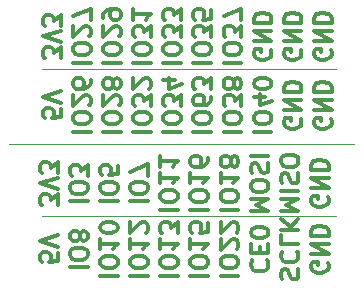
<source format=gbr>
G04 #@! TF.GenerationSoftware,KiCad,Pcbnew,(5.1.5)-3*
G04 #@! TF.CreationDate,2020-11-16T12:55:27+01:00*
G04 #@! TF.ProjectId,bus_raspi,6275735f-7261-4737-9069-2e6b69636164,rev?*
G04 #@! TF.SameCoordinates,Original*
G04 #@! TF.FileFunction,Legend,Bot*
G04 #@! TF.FilePolarity,Positive*
%FSLAX46Y46*%
G04 Gerber Fmt 4.6, Leading zero omitted, Abs format (unit mm)*
G04 Created by KiCad (PCBNEW (5.1.5)-3) date 2020-11-16 12:55:27*
%MOMM*%
%LPD*%
G04 APERTURE LIST*
%ADD10C,0.120000*%
%ADD11C,0.300000*%
G04 APERTURE END LIST*
D10*
X62230000Y-35306000D02*
X37338000Y-35306000D01*
D11*
X61501000Y-39242857D02*
X61572428Y-39385714D01*
X61572428Y-39600000D01*
X61501000Y-39814285D01*
X61358142Y-39957142D01*
X61215285Y-40028571D01*
X60929571Y-40100000D01*
X60715285Y-40100000D01*
X60429571Y-40028571D01*
X60286714Y-39957142D01*
X60143857Y-39814285D01*
X60072428Y-39600000D01*
X60072428Y-39457142D01*
X60143857Y-39242857D01*
X60215285Y-39171428D01*
X60715285Y-39171428D01*
X60715285Y-39457142D01*
X60072428Y-38528571D02*
X61572428Y-38528571D01*
X60072428Y-37671428D01*
X61572428Y-37671428D01*
X60072428Y-36957142D02*
X61572428Y-36957142D01*
X61572428Y-36600000D01*
X61501000Y-36385714D01*
X61358142Y-36242857D01*
X61215285Y-36171428D01*
X60929571Y-36100000D01*
X60715285Y-36100000D01*
X60429571Y-36171428D01*
X60286714Y-36242857D01*
X60143857Y-36385714D01*
X60072428Y-36600000D01*
X60072428Y-36957142D01*
X57593857Y-40635714D02*
X57522428Y-40421428D01*
X57522428Y-40064285D01*
X57593857Y-39921428D01*
X57665285Y-39850000D01*
X57808142Y-39778571D01*
X57951000Y-39778571D01*
X58093857Y-39850000D01*
X58165285Y-39921428D01*
X58236714Y-40064285D01*
X58308142Y-40350000D01*
X58379571Y-40492857D01*
X58451000Y-40564285D01*
X58593857Y-40635714D01*
X58736714Y-40635714D01*
X58879571Y-40564285D01*
X58951000Y-40492857D01*
X59022428Y-40350000D01*
X59022428Y-39992857D01*
X58951000Y-39778571D01*
X57665285Y-38278571D02*
X57593857Y-38350000D01*
X57522428Y-38564285D01*
X57522428Y-38707142D01*
X57593857Y-38921428D01*
X57736714Y-39064285D01*
X57879571Y-39135714D01*
X58165285Y-39207142D01*
X58379571Y-39207142D01*
X58665285Y-39135714D01*
X58808142Y-39064285D01*
X58951000Y-38921428D01*
X59022428Y-38707142D01*
X59022428Y-38564285D01*
X58951000Y-38350000D01*
X58879571Y-38278571D01*
X57522428Y-36921428D02*
X57522428Y-37635714D01*
X59022428Y-37635714D01*
X57522428Y-36421428D02*
X59022428Y-36421428D01*
X57522428Y-35564285D02*
X58379571Y-36207142D01*
X59022428Y-35564285D02*
X58165285Y-36421428D01*
X55115285Y-39028571D02*
X55043857Y-39100000D01*
X54972428Y-39314285D01*
X54972428Y-39457142D01*
X55043857Y-39671428D01*
X55186714Y-39814285D01*
X55329571Y-39885714D01*
X55615285Y-39957142D01*
X55829571Y-39957142D01*
X56115285Y-39885714D01*
X56258142Y-39814285D01*
X56401000Y-39671428D01*
X56472428Y-39457142D01*
X56472428Y-39314285D01*
X56401000Y-39100000D01*
X56329571Y-39028571D01*
X55758142Y-38385714D02*
X55758142Y-37885714D01*
X54972428Y-37671428D02*
X54972428Y-38385714D01*
X56472428Y-38385714D01*
X56472428Y-37671428D01*
X56472428Y-36742857D02*
X56472428Y-36600000D01*
X56401000Y-36457142D01*
X56329571Y-36385714D01*
X56186714Y-36314285D01*
X55901000Y-36242857D01*
X55543857Y-36242857D01*
X55258142Y-36314285D01*
X55115285Y-36385714D01*
X55043857Y-36457142D01*
X54972428Y-36600000D01*
X54972428Y-36742857D01*
X55043857Y-36885714D01*
X55115285Y-36957142D01*
X55258142Y-37028571D01*
X55543857Y-37100000D01*
X55901000Y-37100000D01*
X56186714Y-37028571D01*
X56329571Y-36957142D01*
X56401000Y-36885714D01*
X56472428Y-36742857D01*
X52422428Y-40314285D02*
X53922428Y-40314285D01*
X53922428Y-39314285D02*
X53922428Y-39028571D01*
X53851000Y-38885714D01*
X53708142Y-38742857D01*
X53422428Y-38671428D01*
X52922428Y-38671428D01*
X52636714Y-38742857D01*
X52493857Y-38885714D01*
X52422428Y-39028571D01*
X52422428Y-39314285D01*
X52493857Y-39457142D01*
X52636714Y-39600000D01*
X52922428Y-39671428D01*
X53422428Y-39671428D01*
X53708142Y-39600000D01*
X53851000Y-39457142D01*
X53922428Y-39314285D01*
X53779571Y-38100000D02*
X53851000Y-38028571D01*
X53922428Y-37885714D01*
X53922428Y-37528571D01*
X53851000Y-37385714D01*
X53779571Y-37314285D01*
X53636714Y-37242857D01*
X53493857Y-37242857D01*
X53279571Y-37314285D01*
X52422428Y-38171428D01*
X52422428Y-37242857D01*
X53779571Y-36671428D02*
X53851000Y-36600000D01*
X53922428Y-36457142D01*
X53922428Y-36100000D01*
X53851000Y-35957142D01*
X53779571Y-35885714D01*
X53636714Y-35814285D01*
X53493857Y-35814285D01*
X53279571Y-35885714D01*
X52422428Y-36742857D01*
X52422428Y-35814285D01*
X49872428Y-40314285D02*
X51372428Y-40314285D01*
X51372428Y-39314285D02*
X51372428Y-39028571D01*
X51301000Y-38885714D01*
X51158142Y-38742857D01*
X50872428Y-38671428D01*
X50372428Y-38671428D01*
X50086714Y-38742857D01*
X49943857Y-38885714D01*
X49872428Y-39028571D01*
X49872428Y-39314285D01*
X49943857Y-39457142D01*
X50086714Y-39600000D01*
X50372428Y-39671428D01*
X50872428Y-39671428D01*
X51158142Y-39600000D01*
X51301000Y-39457142D01*
X51372428Y-39314285D01*
X49872428Y-37242857D02*
X49872428Y-38100000D01*
X49872428Y-37671428D02*
X51372428Y-37671428D01*
X51158142Y-37814285D01*
X51015285Y-37957142D01*
X50943857Y-38100000D01*
X51372428Y-35885714D02*
X51372428Y-36600000D01*
X50658142Y-36671428D01*
X50729571Y-36600000D01*
X50801000Y-36457142D01*
X50801000Y-36100000D01*
X50729571Y-35957142D01*
X50658142Y-35885714D01*
X50515285Y-35814285D01*
X50158142Y-35814285D01*
X50015285Y-35885714D01*
X49943857Y-35957142D01*
X49872428Y-36100000D01*
X49872428Y-36457142D01*
X49943857Y-36600000D01*
X50015285Y-36671428D01*
X47322428Y-40314285D02*
X48822428Y-40314285D01*
X48822428Y-39314285D02*
X48822428Y-39028571D01*
X48751000Y-38885714D01*
X48608142Y-38742857D01*
X48322428Y-38671428D01*
X47822428Y-38671428D01*
X47536714Y-38742857D01*
X47393857Y-38885714D01*
X47322428Y-39028571D01*
X47322428Y-39314285D01*
X47393857Y-39457142D01*
X47536714Y-39600000D01*
X47822428Y-39671428D01*
X48322428Y-39671428D01*
X48608142Y-39600000D01*
X48751000Y-39457142D01*
X48822428Y-39314285D01*
X47322428Y-37242857D02*
X47322428Y-38100000D01*
X47322428Y-37671428D02*
X48822428Y-37671428D01*
X48608142Y-37814285D01*
X48465285Y-37957142D01*
X48393857Y-38100000D01*
X48822428Y-36742857D02*
X48822428Y-35814285D01*
X48251000Y-36314285D01*
X48251000Y-36100000D01*
X48179571Y-35957142D01*
X48108142Y-35885714D01*
X47965285Y-35814285D01*
X47608142Y-35814285D01*
X47465285Y-35885714D01*
X47393857Y-35957142D01*
X47322428Y-36100000D01*
X47322428Y-36528571D01*
X47393857Y-36671428D01*
X47465285Y-36742857D01*
X44772428Y-40314285D02*
X46272428Y-40314285D01*
X46272428Y-39314285D02*
X46272428Y-39028571D01*
X46201000Y-38885714D01*
X46058142Y-38742857D01*
X45772428Y-38671428D01*
X45272428Y-38671428D01*
X44986714Y-38742857D01*
X44843857Y-38885714D01*
X44772428Y-39028571D01*
X44772428Y-39314285D01*
X44843857Y-39457142D01*
X44986714Y-39600000D01*
X45272428Y-39671428D01*
X45772428Y-39671428D01*
X46058142Y-39600000D01*
X46201000Y-39457142D01*
X46272428Y-39314285D01*
X44772428Y-37242857D02*
X44772428Y-38100000D01*
X44772428Y-37671428D02*
X46272428Y-37671428D01*
X46058142Y-37814285D01*
X45915285Y-37957142D01*
X45843857Y-38100000D01*
X46129571Y-36671428D02*
X46201000Y-36600000D01*
X46272428Y-36457142D01*
X46272428Y-36100000D01*
X46201000Y-35957142D01*
X46129571Y-35885714D01*
X45986714Y-35814285D01*
X45843857Y-35814285D01*
X45629571Y-35885714D01*
X44772428Y-36742857D01*
X44772428Y-35814285D01*
X42222428Y-40314285D02*
X43722428Y-40314285D01*
X43722428Y-39314285D02*
X43722428Y-39028571D01*
X43651000Y-38885714D01*
X43508142Y-38742857D01*
X43222428Y-38671428D01*
X42722428Y-38671428D01*
X42436714Y-38742857D01*
X42293857Y-38885714D01*
X42222428Y-39028571D01*
X42222428Y-39314285D01*
X42293857Y-39457142D01*
X42436714Y-39600000D01*
X42722428Y-39671428D01*
X43222428Y-39671428D01*
X43508142Y-39600000D01*
X43651000Y-39457142D01*
X43722428Y-39314285D01*
X42222428Y-37242857D02*
X42222428Y-38100000D01*
X42222428Y-37671428D02*
X43722428Y-37671428D01*
X43508142Y-37814285D01*
X43365285Y-37957142D01*
X43293857Y-38100000D01*
X43722428Y-36314285D02*
X43722428Y-36171428D01*
X43651000Y-36028571D01*
X43579571Y-35957142D01*
X43436714Y-35885714D01*
X43151000Y-35814285D01*
X42793857Y-35814285D01*
X42508142Y-35885714D01*
X42365285Y-35957142D01*
X42293857Y-36028571D01*
X42222428Y-36171428D01*
X42222428Y-36314285D01*
X42293857Y-36457142D01*
X42365285Y-36528571D01*
X42508142Y-36600000D01*
X42793857Y-36671428D01*
X43151000Y-36671428D01*
X43436714Y-36600000D01*
X43579571Y-36528571D01*
X43651000Y-36457142D01*
X43722428Y-36314285D01*
X39672428Y-39600000D02*
X41172428Y-39600000D01*
X41172428Y-38600000D02*
X41172428Y-38314285D01*
X41101000Y-38171428D01*
X40958142Y-38028571D01*
X40672428Y-37957142D01*
X40172428Y-37957142D01*
X39886714Y-38028571D01*
X39743857Y-38171428D01*
X39672428Y-38314285D01*
X39672428Y-38600000D01*
X39743857Y-38742857D01*
X39886714Y-38885714D01*
X40172428Y-38957142D01*
X40672428Y-38957142D01*
X40958142Y-38885714D01*
X41101000Y-38742857D01*
X41172428Y-38600000D01*
X40529571Y-37100000D02*
X40601000Y-37242857D01*
X40672428Y-37314285D01*
X40815285Y-37385714D01*
X40886714Y-37385714D01*
X41029571Y-37314285D01*
X41101000Y-37242857D01*
X41172428Y-37100000D01*
X41172428Y-36814285D01*
X41101000Y-36671428D01*
X41029571Y-36600000D01*
X40886714Y-36528571D01*
X40815285Y-36528571D01*
X40672428Y-36600000D01*
X40601000Y-36671428D01*
X40529571Y-36814285D01*
X40529571Y-37100000D01*
X40458142Y-37242857D01*
X40386714Y-37314285D01*
X40243857Y-37385714D01*
X39958142Y-37385714D01*
X39815285Y-37314285D01*
X39743857Y-37242857D01*
X39672428Y-37100000D01*
X39672428Y-36814285D01*
X39743857Y-36671428D01*
X39815285Y-36600000D01*
X39958142Y-36528571D01*
X40243857Y-36528571D01*
X40386714Y-36600000D01*
X40458142Y-36671428D01*
X40529571Y-36814285D01*
X38622428Y-38385714D02*
X38622428Y-39100000D01*
X37908142Y-39171428D01*
X37979571Y-39100000D01*
X38051000Y-38957142D01*
X38051000Y-38600000D01*
X37979571Y-38457142D01*
X37908142Y-38385714D01*
X37765285Y-38314285D01*
X37408142Y-38314285D01*
X37265285Y-38385714D01*
X37193857Y-38457142D01*
X37122428Y-38600000D01*
X37122428Y-38957142D01*
X37193857Y-39100000D01*
X37265285Y-39171428D01*
X38622428Y-37885714D02*
X37122428Y-37385714D01*
X38622428Y-36885714D01*
X61501000Y-33654857D02*
X61572428Y-33797714D01*
X61572428Y-34012000D01*
X61501000Y-34226285D01*
X61358142Y-34369142D01*
X61215285Y-34440571D01*
X60929571Y-34512000D01*
X60715285Y-34512000D01*
X60429571Y-34440571D01*
X60286714Y-34369142D01*
X60143857Y-34226285D01*
X60072428Y-34012000D01*
X60072428Y-33869142D01*
X60143857Y-33654857D01*
X60215285Y-33583428D01*
X60715285Y-33583428D01*
X60715285Y-33869142D01*
X60072428Y-32940571D02*
X61572428Y-32940571D01*
X60072428Y-32083428D01*
X61572428Y-32083428D01*
X60072428Y-31369142D02*
X61572428Y-31369142D01*
X61572428Y-31012000D01*
X61501000Y-30797714D01*
X61358142Y-30654857D01*
X61215285Y-30583428D01*
X60929571Y-30512000D01*
X60715285Y-30512000D01*
X60429571Y-30583428D01*
X60286714Y-30654857D01*
X60143857Y-30797714D01*
X60072428Y-31012000D01*
X60072428Y-31369142D01*
X57522428Y-34869142D02*
X59022428Y-34869142D01*
X57951000Y-34369142D01*
X59022428Y-33869142D01*
X57522428Y-33869142D01*
X57522428Y-33154857D02*
X59022428Y-33154857D01*
X57593857Y-32512000D02*
X57522428Y-32297714D01*
X57522428Y-31940571D01*
X57593857Y-31797714D01*
X57665285Y-31726285D01*
X57808142Y-31654857D01*
X57951000Y-31654857D01*
X58093857Y-31726285D01*
X58165285Y-31797714D01*
X58236714Y-31940571D01*
X58308142Y-32226285D01*
X58379571Y-32369142D01*
X58451000Y-32440571D01*
X58593857Y-32512000D01*
X58736714Y-32512000D01*
X58879571Y-32440571D01*
X58951000Y-32369142D01*
X59022428Y-32226285D01*
X59022428Y-31869142D01*
X58951000Y-31654857D01*
X59022428Y-30726285D02*
X59022428Y-30440571D01*
X58951000Y-30297714D01*
X58808142Y-30154857D01*
X58522428Y-30083428D01*
X58022428Y-30083428D01*
X57736714Y-30154857D01*
X57593857Y-30297714D01*
X57522428Y-30440571D01*
X57522428Y-30726285D01*
X57593857Y-30869142D01*
X57736714Y-31012000D01*
X58022428Y-31083428D01*
X58522428Y-31083428D01*
X58808142Y-31012000D01*
X58951000Y-30869142D01*
X59022428Y-30726285D01*
X54972428Y-34869142D02*
X56472428Y-34869142D01*
X55401000Y-34369142D01*
X56472428Y-33869142D01*
X54972428Y-33869142D01*
X56472428Y-32869142D02*
X56472428Y-32583428D01*
X56401000Y-32440571D01*
X56258142Y-32297714D01*
X55972428Y-32226285D01*
X55472428Y-32226285D01*
X55186714Y-32297714D01*
X55043857Y-32440571D01*
X54972428Y-32583428D01*
X54972428Y-32869142D01*
X55043857Y-33012000D01*
X55186714Y-33154857D01*
X55472428Y-33226285D01*
X55972428Y-33226285D01*
X56258142Y-33154857D01*
X56401000Y-33012000D01*
X56472428Y-32869142D01*
X55043857Y-31654857D02*
X54972428Y-31440571D01*
X54972428Y-31083428D01*
X55043857Y-30940571D01*
X55115285Y-30869142D01*
X55258142Y-30797714D01*
X55401000Y-30797714D01*
X55543857Y-30869142D01*
X55615285Y-30940571D01*
X55686714Y-31083428D01*
X55758142Y-31369142D01*
X55829571Y-31512000D01*
X55901000Y-31583428D01*
X56043857Y-31654857D01*
X56186714Y-31654857D01*
X56329571Y-31583428D01*
X56401000Y-31512000D01*
X56472428Y-31369142D01*
X56472428Y-31012000D01*
X56401000Y-30797714D01*
X54972428Y-30154857D02*
X56472428Y-30154857D01*
X52422428Y-34726285D02*
X53922428Y-34726285D01*
X53922428Y-33726285D02*
X53922428Y-33440571D01*
X53851000Y-33297714D01*
X53708142Y-33154857D01*
X53422428Y-33083428D01*
X52922428Y-33083428D01*
X52636714Y-33154857D01*
X52493857Y-33297714D01*
X52422428Y-33440571D01*
X52422428Y-33726285D01*
X52493857Y-33869142D01*
X52636714Y-34012000D01*
X52922428Y-34083428D01*
X53422428Y-34083428D01*
X53708142Y-34012000D01*
X53851000Y-33869142D01*
X53922428Y-33726285D01*
X52422428Y-31654857D02*
X52422428Y-32512000D01*
X52422428Y-32083428D02*
X53922428Y-32083428D01*
X53708142Y-32226285D01*
X53565285Y-32369142D01*
X53493857Y-32512000D01*
X53279571Y-30797714D02*
X53351000Y-30940571D01*
X53422428Y-31012000D01*
X53565285Y-31083428D01*
X53636714Y-31083428D01*
X53779571Y-31012000D01*
X53851000Y-30940571D01*
X53922428Y-30797714D01*
X53922428Y-30512000D01*
X53851000Y-30369142D01*
X53779571Y-30297714D01*
X53636714Y-30226285D01*
X53565285Y-30226285D01*
X53422428Y-30297714D01*
X53351000Y-30369142D01*
X53279571Y-30512000D01*
X53279571Y-30797714D01*
X53208142Y-30940571D01*
X53136714Y-31012000D01*
X52993857Y-31083428D01*
X52708142Y-31083428D01*
X52565285Y-31012000D01*
X52493857Y-30940571D01*
X52422428Y-30797714D01*
X52422428Y-30512000D01*
X52493857Y-30369142D01*
X52565285Y-30297714D01*
X52708142Y-30226285D01*
X52993857Y-30226285D01*
X53136714Y-30297714D01*
X53208142Y-30369142D01*
X53279571Y-30512000D01*
X49872428Y-34726285D02*
X51372428Y-34726285D01*
X51372428Y-33726285D02*
X51372428Y-33440571D01*
X51301000Y-33297714D01*
X51158142Y-33154857D01*
X50872428Y-33083428D01*
X50372428Y-33083428D01*
X50086714Y-33154857D01*
X49943857Y-33297714D01*
X49872428Y-33440571D01*
X49872428Y-33726285D01*
X49943857Y-33869142D01*
X50086714Y-34012000D01*
X50372428Y-34083428D01*
X50872428Y-34083428D01*
X51158142Y-34012000D01*
X51301000Y-33869142D01*
X51372428Y-33726285D01*
X49872428Y-31654857D02*
X49872428Y-32512000D01*
X49872428Y-32083428D02*
X51372428Y-32083428D01*
X51158142Y-32226285D01*
X51015285Y-32369142D01*
X50943857Y-32512000D01*
X51372428Y-30369142D02*
X51372428Y-30654857D01*
X51301000Y-30797714D01*
X51229571Y-30869142D01*
X51015285Y-31012000D01*
X50729571Y-31083428D01*
X50158142Y-31083428D01*
X50015285Y-31012000D01*
X49943857Y-30940571D01*
X49872428Y-30797714D01*
X49872428Y-30512000D01*
X49943857Y-30369142D01*
X50015285Y-30297714D01*
X50158142Y-30226285D01*
X50515285Y-30226285D01*
X50658142Y-30297714D01*
X50729571Y-30369142D01*
X50801000Y-30512000D01*
X50801000Y-30797714D01*
X50729571Y-30940571D01*
X50658142Y-31012000D01*
X50515285Y-31083428D01*
X47322428Y-34726285D02*
X48822428Y-34726285D01*
X48822428Y-33726285D02*
X48822428Y-33440571D01*
X48751000Y-33297714D01*
X48608142Y-33154857D01*
X48322428Y-33083428D01*
X47822428Y-33083428D01*
X47536714Y-33154857D01*
X47393857Y-33297714D01*
X47322428Y-33440571D01*
X47322428Y-33726285D01*
X47393857Y-33869142D01*
X47536714Y-34012000D01*
X47822428Y-34083428D01*
X48322428Y-34083428D01*
X48608142Y-34012000D01*
X48751000Y-33869142D01*
X48822428Y-33726285D01*
X47322428Y-31654857D02*
X47322428Y-32512000D01*
X47322428Y-32083428D02*
X48822428Y-32083428D01*
X48608142Y-32226285D01*
X48465285Y-32369142D01*
X48393857Y-32512000D01*
X47322428Y-30226285D02*
X47322428Y-31083428D01*
X47322428Y-30654857D02*
X48822428Y-30654857D01*
X48608142Y-30797714D01*
X48465285Y-30940571D01*
X48393857Y-31083428D01*
X44772428Y-34012000D02*
X46272428Y-34012000D01*
X46272428Y-33012000D02*
X46272428Y-32726285D01*
X46201000Y-32583428D01*
X46058142Y-32440571D01*
X45772428Y-32369142D01*
X45272428Y-32369142D01*
X44986714Y-32440571D01*
X44843857Y-32583428D01*
X44772428Y-32726285D01*
X44772428Y-33012000D01*
X44843857Y-33154857D01*
X44986714Y-33297714D01*
X45272428Y-33369142D01*
X45772428Y-33369142D01*
X46058142Y-33297714D01*
X46201000Y-33154857D01*
X46272428Y-33012000D01*
X46272428Y-31869142D02*
X46272428Y-30869142D01*
X44772428Y-31512000D01*
X42222428Y-34012000D02*
X43722428Y-34012000D01*
X43722428Y-33012000D02*
X43722428Y-32726285D01*
X43651000Y-32583428D01*
X43508142Y-32440571D01*
X43222428Y-32369142D01*
X42722428Y-32369142D01*
X42436714Y-32440571D01*
X42293857Y-32583428D01*
X42222428Y-32726285D01*
X42222428Y-33012000D01*
X42293857Y-33154857D01*
X42436714Y-33297714D01*
X42722428Y-33369142D01*
X43222428Y-33369142D01*
X43508142Y-33297714D01*
X43651000Y-33154857D01*
X43722428Y-33012000D01*
X43722428Y-31012000D02*
X43722428Y-31726285D01*
X43008142Y-31797714D01*
X43079571Y-31726285D01*
X43151000Y-31583428D01*
X43151000Y-31226285D01*
X43079571Y-31083428D01*
X43008142Y-31012000D01*
X42865285Y-30940571D01*
X42508142Y-30940571D01*
X42365285Y-31012000D01*
X42293857Y-31083428D01*
X42222428Y-31226285D01*
X42222428Y-31583428D01*
X42293857Y-31726285D01*
X42365285Y-31797714D01*
X39672428Y-34012000D02*
X41172428Y-34012000D01*
X41172428Y-33012000D02*
X41172428Y-32726285D01*
X41101000Y-32583428D01*
X40958142Y-32440571D01*
X40672428Y-32369142D01*
X40172428Y-32369142D01*
X39886714Y-32440571D01*
X39743857Y-32583428D01*
X39672428Y-32726285D01*
X39672428Y-33012000D01*
X39743857Y-33154857D01*
X39886714Y-33297714D01*
X40172428Y-33369142D01*
X40672428Y-33369142D01*
X40958142Y-33297714D01*
X41101000Y-33154857D01*
X41172428Y-33012000D01*
X41172428Y-31869142D02*
X41172428Y-30940571D01*
X40601000Y-31440571D01*
X40601000Y-31226285D01*
X40529571Y-31083428D01*
X40458142Y-31012000D01*
X40315285Y-30940571D01*
X39958142Y-30940571D01*
X39815285Y-31012000D01*
X39743857Y-31083428D01*
X39672428Y-31226285D01*
X39672428Y-31654857D01*
X39743857Y-31797714D01*
X39815285Y-31869142D01*
X38622428Y-34369142D02*
X38622428Y-33440571D01*
X38051000Y-33940571D01*
X38051000Y-33726285D01*
X37979571Y-33583428D01*
X37908142Y-33512000D01*
X37765285Y-33440571D01*
X37408142Y-33440571D01*
X37265285Y-33512000D01*
X37193857Y-33583428D01*
X37122428Y-33726285D01*
X37122428Y-34154857D01*
X37193857Y-34297714D01*
X37265285Y-34369142D01*
X38622428Y-33012000D02*
X37122428Y-32512000D01*
X38622428Y-32012000D01*
X38622428Y-31654857D02*
X38622428Y-30726285D01*
X38051000Y-31226285D01*
X38051000Y-31012000D01*
X37979571Y-30869142D01*
X37908142Y-30797714D01*
X37765285Y-30726285D01*
X37408142Y-30726285D01*
X37265285Y-30797714D01*
X37193857Y-30869142D01*
X37122428Y-31012000D01*
X37122428Y-31440571D01*
X37193857Y-31583428D01*
X37265285Y-31654857D01*
D10*
X63754000Y-29210000D02*
X34544000Y-29210000D01*
X62230000Y-22860000D02*
X37338000Y-22860000D01*
D11*
X61755000Y-27050857D02*
X61826428Y-27193714D01*
X61826428Y-27408000D01*
X61755000Y-27622285D01*
X61612142Y-27765142D01*
X61469285Y-27836571D01*
X61183571Y-27908000D01*
X60969285Y-27908000D01*
X60683571Y-27836571D01*
X60540714Y-27765142D01*
X60397857Y-27622285D01*
X60326428Y-27408000D01*
X60326428Y-27265142D01*
X60397857Y-27050857D01*
X60469285Y-26979428D01*
X60969285Y-26979428D01*
X60969285Y-27265142D01*
X60326428Y-26336571D02*
X61826428Y-26336571D01*
X60326428Y-25479428D01*
X61826428Y-25479428D01*
X60326428Y-24765142D02*
X61826428Y-24765142D01*
X61826428Y-24408000D01*
X61755000Y-24193714D01*
X61612142Y-24050857D01*
X61469285Y-23979428D01*
X61183571Y-23908000D01*
X60969285Y-23908000D01*
X60683571Y-23979428D01*
X60540714Y-24050857D01*
X60397857Y-24193714D01*
X60326428Y-24408000D01*
X60326428Y-24765142D01*
X59205000Y-27050857D02*
X59276428Y-27193714D01*
X59276428Y-27408000D01*
X59205000Y-27622285D01*
X59062142Y-27765142D01*
X58919285Y-27836571D01*
X58633571Y-27908000D01*
X58419285Y-27908000D01*
X58133571Y-27836571D01*
X57990714Y-27765142D01*
X57847857Y-27622285D01*
X57776428Y-27408000D01*
X57776428Y-27265142D01*
X57847857Y-27050857D01*
X57919285Y-26979428D01*
X58419285Y-26979428D01*
X58419285Y-27265142D01*
X57776428Y-26336571D02*
X59276428Y-26336571D01*
X57776428Y-25479428D01*
X59276428Y-25479428D01*
X57776428Y-24765142D02*
X59276428Y-24765142D01*
X59276428Y-24408000D01*
X59205000Y-24193714D01*
X59062142Y-24050857D01*
X58919285Y-23979428D01*
X58633571Y-23908000D01*
X58419285Y-23908000D01*
X58133571Y-23979428D01*
X57990714Y-24050857D01*
X57847857Y-24193714D01*
X57776428Y-24408000D01*
X57776428Y-24765142D01*
X55226428Y-28122285D02*
X56726428Y-28122285D01*
X56726428Y-27122285D02*
X56726428Y-26836571D01*
X56655000Y-26693714D01*
X56512142Y-26550857D01*
X56226428Y-26479428D01*
X55726428Y-26479428D01*
X55440714Y-26550857D01*
X55297857Y-26693714D01*
X55226428Y-26836571D01*
X55226428Y-27122285D01*
X55297857Y-27265142D01*
X55440714Y-27408000D01*
X55726428Y-27479428D01*
X56226428Y-27479428D01*
X56512142Y-27408000D01*
X56655000Y-27265142D01*
X56726428Y-27122285D01*
X56226428Y-25193714D02*
X55226428Y-25193714D01*
X56797857Y-25550857D02*
X55726428Y-25908000D01*
X55726428Y-24979428D01*
X56726428Y-24122285D02*
X56726428Y-23979428D01*
X56655000Y-23836571D01*
X56583571Y-23765142D01*
X56440714Y-23693714D01*
X56155000Y-23622285D01*
X55797857Y-23622285D01*
X55512142Y-23693714D01*
X55369285Y-23765142D01*
X55297857Y-23836571D01*
X55226428Y-23979428D01*
X55226428Y-24122285D01*
X55297857Y-24265142D01*
X55369285Y-24336571D01*
X55512142Y-24408000D01*
X55797857Y-24479428D01*
X56155000Y-24479428D01*
X56440714Y-24408000D01*
X56583571Y-24336571D01*
X56655000Y-24265142D01*
X56726428Y-24122285D01*
X52676428Y-28122285D02*
X54176428Y-28122285D01*
X54176428Y-27122285D02*
X54176428Y-26836571D01*
X54105000Y-26693714D01*
X53962142Y-26550857D01*
X53676428Y-26479428D01*
X53176428Y-26479428D01*
X52890714Y-26550857D01*
X52747857Y-26693714D01*
X52676428Y-26836571D01*
X52676428Y-27122285D01*
X52747857Y-27265142D01*
X52890714Y-27408000D01*
X53176428Y-27479428D01*
X53676428Y-27479428D01*
X53962142Y-27408000D01*
X54105000Y-27265142D01*
X54176428Y-27122285D01*
X54176428Y-25979428D02*
X54176428Y-25050857D01*
X53605000Y-25550857D01*
X53605000Y-25336571D01*
X53533571Y-25193714D01*
X53462142Y-25122285D01*
X53319285Y-25050857D01*
X52962142Y-25050857D01*
X52819285Y-25122285D01*
X52747857Y-25193714D01*
X52676428Y-25336571D01*
X52676428Y-25765142D01*
X52747857Y-25908000D01*
X52819285Y-25979428D01*
X53533571Y-24193714D02*
X53605000Y-24336571D01*
X53676428Y-24408000D01*
X53819285Y-24479428D01*
X53890714Y-24479428D01*
X54033571Y-24408000D01*
X54105000Y-24336571D01*
X54176428Y-24193714D01*
X54176428Y-23908000D01*
X54105000Y-23765142D01*
X54033571Y-23693714D01*
X53890714Y-23622285D01*
X53819285Y-23622285D01*
X53676428Y-23693714D01*
X53605000Y-23765142D01*
X53533571Y-23908000D01*
X53533571Y-24193714D01*
X53462142Y-24336571D01*
X53390714Y-24408000D01*
X53247857Y-24479428D01*
X52962142Y-24479428D01*
X52819285Y-24408000D01*
X52747857Y-24336571D01*
X52676428Y-24193714D01*
X52676428Y-23908000D01*
X52747857Y-23765142D01*
X52819285Y-23693714D01*
X52962142Y-23622285D01*
X53247857Y-23622285D01*
X53390714Y-23693714D01*
X53462142Y-23765142D01*
X53533571Y-23908000D01*
X50126428Y-28122285D02*
X51626428Y-28122285D01*
X51626428Y-27122285D02*
X51626428Y-26836571D01*
X51555000Y-26693714D01*
X51412142Y-26550857D01*
X51126428Y-26479428D01*
X50626428Y-26479428D01*
X50340714Y-26550857D01*
X50197857Y-26693714D01*
X50126428Y-26836571D01*
X50126428Y-27122285D01*
X50197857Y-27265142D01*
X50340714Y-27408000D01*
X50626428Y-27479428D01*
X51126428Y-27479428D01*
X51412142Y-27408000D01*
X51555000Y-27265142D01*
X51626428Y-27122285D01*
X51626428Y-25193714D02*
X51626428Y-25479428D01*
X51555000Y-25622285D01*
X51483571Y-25693714D01*
X51269285Y-25836571D01*
X50983571Y-25908000D01*
X50412142Y-25908000D01*
X50269285Y-25836571D01*
X50197857Y-25765142D01*
X50126428Y-25622285D01*
X50126428Y-25336571D01*
X50197857Y-25193714D01*
X50269285Y-25122285D01*
X50412142Y-25050857D01*
X50769285Y-25050857D01*
X50912142Y-25122285D01*
X50983571Y-25193714D01*
X51055000Y-25336571D01*
X51055000Y-25622285D01*
X50983571Y-25765142D01*
X50912142Y-25836571D01*
X50769285Y-25908000D01*
X51626428Y-24550857D02*
X51626428Y-23622285D01*
X51055000Y-24122285D01*
X51055000Y-23908000D01*
X50983571Y-23765142D01*
X50912142Y-23693714D01*
X50769285Y-23622285D01*
X50412142Y-23622285D01*
X50269285Y-23693714D01*
X50197857Y-23765142D01*
X50126428Y-23908000D01*
X50126428Y-24336571D01*
X50197857Y-24479428D01*
X50269285Y-24550857D01*
X47576428Y-28122285D02*
X49076428Y-28122285D01*
X49076428Y-27122285D02*
X49076428Y-26836571D01*
X49005000Y-26693714D01*
X48862142Y-26550857D01*
X48576428Y-26479428D01*
X48076428Y-26479428D01*
X47790714Y-26550857D01*
X47647857Y-26693714D01*
X47576428Y-26836571D01*
X47576428Y-27122285D01*
X47647857Y-27265142D01*
X47790714Y-27408000D01*
X48076428Y-27479428D01*
X48576428Y-27479428D01*
X48862142Y-27408000D01*
X49005000Y-27265142D01*
X49076428Y-27122285D01*
X49076428Y-25979428D02*
X49076428Y-25050857D01*
X48505000Y-25550857D01*
X48505000Y-25336571D01*
X48433571Y-25193714D01*
X48362142Y-25122285D01*
X48219285Y-25050857D01*
X47862142Y-25050857D01*
X47719285Y-25122285D01*
X47647857Y-25193714D01*
X47576428Y-25336571D01*
X47576428Y-25765142D01*
X47647857Y-25908000D01*
X47719285Y-25979428D01*
X48576428Y-23765142D02*
X47576428Y-23765142D01*
X49147857Y-24122285D02*
X48076428Y-24479428D01*
X48076428Y-23550857D01*
X45026428Y-28122285D02*
X46526428Y-28122285D01*
X46526428Y-27122285D02*
X46526428Y-26836571D01*
X46455000Y-26693714D01*
X46312142Y-26550857D01*
X46026428Y-26479428D01*
X45526428Y-26479428D01*
X45240714Y-26550857D01*
X45097857Y-26693714D01*
X45026428Y-26836571D01*
X45026428Y-27122285D01*
X45097857Y-27265142D01*
X45240714Y-27408000D01*
X45526428Y-27479428D01*
X46026428Y-27479428D01*
X46312142Y-27408000D01*
X46455000Y-27265142D01*
X46526428Y-27122285D01*
X46526428Y-25979428D02*
X46526428Y-25050857D01*
X45955000Y-25550857D01*
X45955000Y-25336571D01*
X45883571Y-25193714D01*
X45812142Y-25122285D01*
X45669285Y-25050857D01*
X45312142Y-25050857D01*
X45169285Y-25122285D01*
X45097857Y-25193714D01*
X45026428Y-25336571D01*
X45026428Y-25765142D01*
X45097857Y-25908000D01*
X45169285Y-25979428D01*
X46383571Y-24479428D02*
X46455000Y-24408000D01*
X46526428Y-24265142D01*
X46526428Y-23908000D01*
X46455000Y-23765142D01*
X46383571Y-23693714D01*
X46240714Y-23622285D01*
X46097857Y-23622285D01*
X45883571Y-23693714D01*
X45026428Y-24550857D01*
X45026428Y-23622285D01*
X42476428Y-28122285D02*
X43976428Y-28122285D01*
X43976428Y-27122285D02*
X43976428Y-26836571D01*
X43905000Y-26693714D01*
X43762142Y-26550857D01*
X43476428Y-26479428D01*
X42976428Y-26479428D01*
X42690714Y-26550857D01*
X42547857Y-26693714D01*
X42476428Y-26836571D01*
X42476428Y-27122285D01*
X42547857Y-27265142D01*
X42690714Y-27408000D01*
X42976428Y-27479428D01*
X43476428Y-27479428D01*
X43762142Y-27408000D01*
X43905000Y-27265142D01*
X43976428Y-27122285D01*
X43833571Y-25908000D02*
X43905000Y-25836571D01*
X43976428Y-25693714D01*
X43976428Y-25336571D01*
X43905000Y-25193714D01*
X43833571Y-25122285D01*
X43690714Y-25050857D01*
X43547857Y-25050857D01*
X43333571Y-25122285D01*
X42476428Y-25979428D01*
X42476428Y-25050857D01*
X43333571Y-24193714D02*
X43405000Y-24336571D01*
X43476428Y-24408000D01*
X43619285Y-24479428D01*
X43690714Y-24479428D01*
X43833571Y-24408000D01*
X43905000Y-24336571D01*
X43976428Y-24193714D01*
X43976428Y-23908000D01*
X43905000Y-23765142D01*
X43833571Y-23693714D01*
X43690714Y-23622285D01*
X43619285Y-23622285D01*
X43476428Y-23693714D01*
X43405000Y-23765142D01*
X43333571Y-23908000D01*
X43333571Y-24193714D01*
X43262142Y-24336571D01*
X43190714Y-24408000D01*
X43047857Y-24479428D01*
X42762142Y-24479428D01*
X42619285Y-24408000D01*
X42547857Y-24336571D01*
X42476428Y-24193714D01*
X42476428Y-23908000D01*
X42547857Y-23765142D01*
X42619285Y-23693714D01*
X42762142Y-23622285D01*
X43047857Y-23622285D01*
X43190714Y-23693714D01*
X43262142Y-23765142D01*
X43333571Y-23908000D01*
X39926428Y-28122285D02*
X41426428Y-28122285D01*
X41426428Y-27122285D02*
X41426428Y-26836571D01*
X41355000Y-26693714D01*
X41212142Y-26550857D01*
X40926428Y-26479428D01*
X40426428Y-26479428D01*
X40140714Y-26550857D01*
X39997857Y-26693714D01*
X39926428Y-26836571D01*
X39926428Y-27122285D01*
X39997857Y-27265142D01*
X40140714Y-27408000D01*
X40426428Y-27479428D01*
X40926428Y-27479428D01*
X41212142Y-27408000D01*
X41355000Y-27265142D01*
X41426428Y-27122285D01*
X41283571Y-25908000D02*
X41355000Y-25836571D01*
X41426428Y-25693714D01*
X41426428Y-25336571D01*
X41355000Y-25193714D01*
X41283571Y-25122285D01*
X41140714Y-25050857D01*
X40997857Y-25050857D01*
X40783571Y-25122285D01*
X39926428Y-25979428D01*
X39926428Y-25050857D01*
X41426428Y-23765142D02*
X41426428Y-24050857D01*
X41355000Y-24193714D01*
X41283571Y-24265142D01*
X41069285Y-24408000D01*
X40783571Y-24479428D01*
X40212142Y-24479428D01*
X40069285Y-24408000D01*
X39997857Y-24336571D01*
X39926428Y-24193714D01*
X39926428Y-23908000D01*
X39997857Y-23765142D01*
X40069285Y-23693714D01*
X40212142Y-23622285D01*
X40569285Y-23622285D01*
X40712142Y-23693714D01*
X40783571Y-23765142D01*
X40855000Y-23908000D01*
X40855000Y-24193714D01*
X40783571Y-24336571D01*
X40712142Y-24408000D01*
X40569285Y-24479428D01*
X38876428Y-26193714D02*
X38876428Y-26908000D01*
X38162142Y-26979428D01*
X38233571Y-26908000D01*
X38305000Y-26765142D01*
X38305000Y-26408000D01*
X38233571Y-26265142D01*
X38162142Y-26193714D01*
X38019285Y-26122285D01*
X37662142Y-26122285D01*
X37519285Y-26193714D01*
X37447857Y-26265142D01*
X37376428Y-26408000D01*
X37376428Y-26765142D01*
X37447857Y-26908000D01*
X37519285Y-26979428D01*
X38876428Y-25693714D02*
X37376428Y-25193714D01*
X38876428Y-24693714D01*
X61755000Y-21208857D02*
X61826428Y-21351714D01*
X61826428Y-21566000D01*
X61755000Y-21780285D01*
X61612142Y-21923142D01*
X61469285Y-21994571D01*
X61183571Y-22066000D01*
X60969285Y-22066000D01*
X60683571Y-21994571D01*
X60540714Y-21923142D01*
X60397857Y-21780285D01*
X60326428Y-21566000D01*
X60326428Y-21423142D01*
X60397857Y-21208857D01*
X60469285Y-21137428D01*
X60969285Y-21137428D01*
X60969285Y-21423142D01*
X60326428Y-20494571D02*
X61826428Y-20494571D01*
X60326428Y-19637428D01*
X61826428Y-19637428D01*
X60326428Y-18923142D02*
X61826428Y-18923142D01*
X61826428Y-18566000D01*
X61755000Y-18351714D01*
X61612142Y-18208857D01*
X61469285Y-18137428D01*
X61183571Y-18066000D01*
X60969285Y-18066000D01*
X60683571Y-18137428D01*
X60540714Y-18208857D01*
X60397857Y-18351714D01*
X60326428Y-18566000D01*
X60326428Y-18923142D01*
X59205000Y-21208857D02*
X59276428Y-21351714D01*
X59276428Y-21566000D01*
X59205000Y-21780285D01*
X59062142Y-21923142D01*
X58919285Y-21994571D01*
X58633571Y-22066000D01*
X58419285Y-22066000D01*
X58133571Y-21994571D01*
X57990714Y-21923142D01*
X57847857Y-21780285D01*
X57776428Y-21566000D01*
X57776428Y-21423142D01*
X57847857Y-21208857D01*
X57919285Y-21137428D01*
X58419285Y-21137428D01*
X58419285Y-21423142D01*
X57776428Y-20494571D02*
X59276428Y-20494571D01*
X57776428Y-19637428D01*
X59276428Y-19637428D01*
X57776428Y-18923142D02*
X59276428Y-18923142D01*
X59276428Y-18566000D01*
X59205000Y-18351714D01*
X59062142Y-18208857D01*
X58919285Y-18137428D01*
X58633571Y-18066000D01*
X58419285Y-18066000D01*
X58133571Y-18137428D01*
X57990714Y-18208857D01*
X57847857Y-18351714D01*
X57776428Y-18566000D01*
X57776428Y-18923142D01*
X56655000Y-21208857D02*
X56726428Y-21351714D01*
X56726428Y-21566000D01*
X56655000Y-21780285D01*
X56512142Y-21923142D01*
X56369285Y-21994571D01*
X56083571Y-22066000D01*
X55869285Y-22066000D01*
X55583571Y-21994571D01*
X55440714Y-21923142D01*
X55297857Y-21780285D01*
X55226428Y-21566000D01*
X55226428Y-21423142D01*
X55297857Y-21208857D01*
X55369285Y-21137428D01*
X55869285Y-21137428D01*
X55869285Y-21423142D01*
X55226428Y-20494571D02*
X56726428Y-20494571D01*
X55226428Y-19637428D01*
X56726428Y-19637428D01*
X55226428Y-18923142D02*
X56726428Y-18923142D01*
X56726428Y-18566000D01*
X56655000Y-18351714D01*
X56512142Y-18208857D01*
X56369285Y-18137428D01*
X56083571Y-18066000D01*
X55869285Y-18066000D01*
X55583571Y-18137428D01*
X55440714Y-18208857D01*
X55297857Y-18351714D01*
X55226428Y-18566000D01*
X55226428Y-18923142D01*
X52676428Y-22280285D02*
X54176428Y-22280285D01*
X54176428Y-21280285D02*
X54176428Y-20994571D01*
X54105000Y-20851714D01*
X53962142Y-20708857D01*
X53676428Y-20637428D01*
X53176428Y-20637428D01*
X52890714Y-20708857D01*
X52747857Y-20851714D01*
X52676428Y-20994571D01*
X52676428Y-21280285D01*
X52747857Y-21423142D01*
X52890714Y-21566000D01*
X53176428Y-21637428D01*
X53676428Y-21637428D01*
X53962142Y-21566000D01*
X54105000Y-21423142D01*
X54176428Y-21280285D01*
X54176428Y-20137428D02*
X54176428Y-19208857D01*
X53605000Y-19708857D01*
X53605000Y-19494571D01*
X53533571Y-19351714D01*
X53462142Y-19280285D01*
X53319285Y-19208857D01*
X52962142Y-19208857D01*
X52819285Y-19280285D01*
X52747857Y-19351714D01*
X52676428Y-19494571D01*
X52676428Y-19923142D01*
X52747857Y-20066000D01*
X52819285Y-20137428D01*
X54176428Y-18708857D02*
X54176428Y-17708857D01*
X52676428Y-18351714D01*
X50126428Y-22280285D02*
X51626428Y-22280285D01*
X51626428Y-21280285D02*
X51626428Y-20994571D01*
X51555000Y-20851714D01*
X51412142Y-20708857D01*
X51126428Y-20637428D01*
X50626428Y-20637428D01*
X50340714Y-20708857D01*
X50197857Y-20851714D01*
X50126428Y-20994571D01*
X50126428Y-21280285D01*
X50197857Y-21423142D01*
X50340714Y-21566000D01*
X50626428Y-21637428D01*
X51126428Y-21637428D01*
X51412142Y-21566000D01*
X51555000Y-21423142D01*
X51626428Y-21280285D01*
X51626428Y-20137428D02*
X51626428Y-19208857D01*
X51055000Y-19708857D01*
X51055000Y-19494571D01*
X50983571Y-19351714D01*
X50912142Y-19280285D01*
X50769285Y-19208857D01*
X50412142Y-19208857D01*
X50269285Y-19280285D01*
X50197857Y-19351714D01*
X50126428Y-19494571D01*
X50126428Y-19923142D01*
X50197857Y-20066000D01*
X50269285Y-20137428D01*
X51626428Y-17851714D02*
X51626428Y-18566000D01*
X50912142Y-18637428D01*
X50983571Y-18566000D01*
X51055000Y-18423142D01*
X51055000Y-18066000D01*
X50983571Y-17923142D01*
X50912142Y-17851714D01*
X50769285Y-17780285D01*
X50412142Y-17780285D01*
X50269285Y-17851714D01*
X50197857Y-17923142D01*
X50126428Y-18066000D01*
X50126428Y-18423142D01*
X50197857Y-18566000D01*
X50269285Y-18637428D01*
X47576428Y-22280285D02*
X49076428Y-22280285D01*
X49076428Y-21280285D02*
X49076428Y-20994571D01*
X49005000Y-20851714D01*
X48862142Y-20708857D01*
X48576428Y-20637428D01*
X48076428Y-20637428D01*
X47790714Y-20708857D01*
X47647857Y-20851714D01*
X47576428Y-20994571D01*
X47576428Y-21280285D01*
X47647857Y-21423142D01*
X47790714Y-21566000D01*
X48076428Y-21637428D01*
X48576428Y-21637428D01*
X48862142Y-21566000D01*
X49005000Y-21423142D01*
X49076428Y-21280285D01*
X49076428Y-20137428D02*
X49076428Y-19208857D01*
X48505000Y-19708857D01*
X48505000Y-19494571D01*
X48433571Y-19351714D01*
X48362142Y-19280285D01*
X48219285Y-19208857D01*
X47862142Y-19208857D01*
X47719285Y-19280285D01*
X47647857Y-19351714D01*
X47576428Y-19494571D01*
X47576428Y-19923142D01*
X47647857Y-20066000D01*
X47719285Y-20137428D01*
X49076428Y-18708857D02*
X49076428Y-17780285D01*
X48505000Y-18280285D01*
X48505000Y-18066000D01*
X48433571Y-17923142D01*
X48362142Y-17851714D01*
X48219285Y-17780285D01*
X47862142Y-17780285D01*
X47719285Y-17851714D01*
X47647857Y-17923142D01*
X47576428Y-18066000D01*
X47576428Y-18494571D01*
X47647857Y-18637428D01*
X47719285Y-18708857D01*
X45026428Y-22280285D02*
X46526428Y-22280285D01*
X46526428Y-21280285D02*
X46526428Y-20994571D01*
X46455000Y-20851714D01*
X46312142Y-20708857D01*
X46026428Y-20637428D01*
X45526428Y-20637428D01*
X45240714Y-20708857D01*
X45097857Y-20851714D01*
X45026428Y-20994571D01*
X45026428Y-21280285D01*
X45097857Y-21423142D01*
X45240714Y-21566000D01*
X45526428Y-21637428D01*
X46026428Y-21637428D01*
X46312142Y-21566000D01*
X46455000Y-21423142D01*
X46526428Y-21280285D01*
X46526428Y-20137428D02*
X46526428Y-19208857D01*
X45955000Y-19708857D01*
X45955000Y-19494571D01*
X45883571Y-19351714D01*
X45812142Y-19280285D01*
X45669285Y-19208857D01*
X45312142Y-19208857D01*
X45169285Y-19280285D01*
X45097857Y-19351714D01*
X45026428Y-19494571D01*
X45026428Y-19923142D01*
X45097857Y-20066000D01*
X45169285Y-20137428D01*
X45026428Y-17780285D02*
X45026428Y-18637428D01*
X45026428Y-18208857D02*
X46526428Y-18208857D01*
X46312142Y-18351714D01*
X46169285Y-18494571D01*
X46097857Y-18637428D01*
X42476428Y-22280285D02*
X43976428Y-22280285D01*
X43976428Y-21280285D02*
X43976428Y-20994571D01*
X43905000Y-20851714D01*
X43762142Y-20708857D01*
X43476428Y-20637428D01*
X42976428Y-20637428D01*
X42690714Y-20708857D01*
X42547857Y-20851714D01*
X42476428Y-20994571D01*
X42476428Y-21280285D01*
X42547857Y-21423142D01*
X42690714Y-21566000D01*
X42976428Y-21637428D01*
X43476428Y-21637428D01*
X43762142Y-21566000D01*
X43905000Y-21423142D01*
X43976428Y-21280285D01*
X43833571Y-20066000D02*
X43905000Y-19994571D01*
X43976428Y-19851714D01*
X43976428Y-19494571D01*
X43905000Y-19351714D01*
X43833571Y-19280285D01*
X43690714Y-19208857D01*
X43547857Y-19208857D01*
X43333571Y-19280285D01*
X42476428Y-20137428D01*
X42476428Y-19208857D01*
X42476428Y-18494571D02*
X42476428Y-18208857D01*
X42547857Y-18066000D01*
X42619285Y-17994571D01*
X42833571Y-17851714D01*
X43119285Y-17780285D01*
X43690714Y-17780285D01*
X43833571Y-17851714D01*
X43905000Y-17923142D01*
X43976428Y-18066000D01*
X43976428Y-18351714D01*
X43905000Y-18494571D01*
X43833571Y-18566000D01*
X43690714Y-18637428D01*
X43333571Y-18637428D01*
X43190714Y-18566000D01*
X43119285Y-18494571D01*
X43047857Y-18351714D01*
X43047857Y-18066000D01*
X43119285Y-17923142D01*
X43190714Y-17851714D01*
X43333571Y-17780285D01*
X39926428Y-22280285D02*
X41426428Y-22280285D01*
X41426428Y-21280285D02*
X41426428Y-20994571D01*
X41355000Y-20851714D01*
X41212142Y-20708857D01*
X40926428Y-20637428D01*
X40426428Y-20637428D01*
X40140714Y-20708857D01*
X39997857Y-20851714D01*
X39926428Y-20994571D01*
X39926428Y-21280285D01*
X39997857Y-21423142D01*
X40140714Y-21566000D01*
X40426428Y-21637428D01*
X40926428Y-21637428D01*
X41212142Y-21566000D01*
X41355000Y-21423142D01*
X41426428Y-21280285D01*
X41283571Y-20066000D02*
X41355000Y-19994571D01*
X41426428Y-19851714D01*
X41426428Y-19494571D01*
X41355000Y-19351714D01*
X41283571Y-19280285D01*
X41140714Y-19208857D01*
X40997857Y-19208857D01*
X40783571Y-19280285D01*
X39926428Y-20137428D01*
X39926428Y-19208857D01*
X41426428Y-18708857D02*
X41426428Y-17708857D01*
X39926428Y-18351714D01*
X38876428Y-21923142D02*
X38876428Y-20994571D01*
X38305000Y-21494571D01*
X38305000Y-21280285D01*
X38233571Y-21137428D01*
X38162142Y-21066000D01*
X38019285Y-20994571D01*
X37662142Y-20994571D01*
X37519285Y-21066000D01*
X37447857Y-21137428D01*
X37376428Y-21280285D01*
X37376428Y-21708857D01*
X37447857Y-21851714D01*
X37519285Y-21923142D01*
X38876428Y-20566000D02*
X37376428Y-20066000D01*
X38876428Y-19566000D01*
X38876428Y-19208857D02*
X38876428Y-18280285D01*
X38305000Y-18780285D01*
X38305000Y-18566000D01*
X38233571Y-18423142D01*
X38162142Y-18351714D01*
X38019285Y-18280285D01*
X37662142Y-18280285D01*
X37519285Y-18351714D01*
X37447857Y-18423142D01*
X37376428Y-18566000D01*
X37376428Y-18994571D01*
X37447857Y-19137428D01*
X37519285Y-19208857D01*
M02*

</source>
